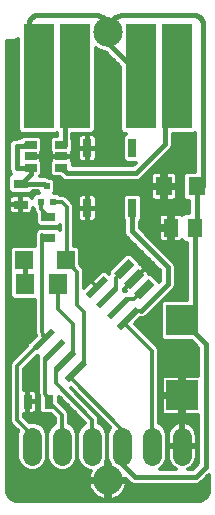
<source format=gtl>
G75*
G70*
%OFA0B0*%
%FSLAX24Y24*%
%IPPOS*%
%LPD*%
%AMOC8*
5,1,8,0,0,1.08239X$1,22.5*
%
%ADD10R,0.0197X0.0866*%
%ADD11R,0.0512X0.0630*%
%ADD12R,0.0591X0.0591*%
%ADD13R,0.0630X0.0709*%
%ADD14R,0.0472X0.0315*%
%ADD15R,0.0315X0.0472*%
%ADD16C,0.0640*%
%ADD17R,0.0551X0.0630*%
%ADD18R,0.1063X0.1004*%
%ADD19R,0.0300X0.0600*%
%ADD20R,0.0276X0.0669*%
%ADD21C,0.0984*%
%ADD22R,0.0390X0.0272*%
%ADD23R,0.0197X0.0236*%
%ADD24R,0.1000X0.3500*%
%ADD25C,0.0120*%
%ADD26C,0.0160*%
D10*
G36*
X004990Y007057D02*
X005129Y006918D01*
X004518Y006307D01*
X004379Y006446D01*
X004990Y007057D01*
G37*
G36*
X004640Y007408D02*
X004779Y007269D01*
X004168Y006658D01*
X004029Y006797D01*
X004640Y007408D01*
G37*
G36*
X004286Y007761D02*
X004425Y007622D01*
X003814Y007011D01*
X003675Y007150D01*
X004286Y007761D01*
G37*
G36*
X003932Y008115D02*
X004071Y007976D01*
X003460Y007365D01*
X003321Y007504D01*
X003932Y008115D01*
G37*
G36*
X003234Y005301D02*
X003373Y005162D01*
X002762Y004551D01*
X002623Y004690D01*
X003234Y005301D01*
G37*
G36*
X002881Y005655D02*
X003020Y005516D01*
X002409Y004905D01*
X002270Y005044D01*
X002881Y005655D01*
G37*
G36*
X002527Y006008D02*
X002666Y005869D01*
X002055Y005258D01*
X001916Y005397D01*
X002527Y006008D01*
G37*
G36*
X002174Y006362D02*
X002313Y006223D01*
X001702Y005612D01*
X001563Y005751D01*
X002174Y006362D01*
G37*
D11*
X006966Y009709D03*
X006178Y009709D03*
D12*
X001283Y008629D03*
X002661Y008629D03*
D13*
X002423Y007849D03*
X001321Y007849D03*
D14*
X001172Y011183D03*
X001172Y010474D03*
X002092Y009374D03*
X002092Y010083D03*
D15*
X001397Y003909D03*
X002106Y003909D03*
D16*
X001552Y002749D02*
X001552Y002109D01*
X002552Y002109D02*
X002552Y002749D01*
X003552Y002749D02*
X003552Y002109D01*
X004552Y002109D02*
X004552Y002749D01*
X005552Y002749D02*
X005552Y002109D01*
X006552Y002109D02*
X006552Y002749D01*
D17*
X005941Y011089D03*
X007043Y011089D03*
D18*
X006552Y004120D03*
X006552Y006617D03*
D19*
X004891Y012362D03*
X004891Y010362D03*
X003391Y012362D03*
X003391Y010362D03*
D20*
G36*
X004486Y008002D02*
X004291Y008197D01*
X004762Y008668D01*
X004957Y008473D01*
X004486Y008002D01*
G37*
G36*
X004820Y007668D02*
X004625Y007863D01*
X005096Y008334D01*
X005291Y008139D01*
X004820Y007668D01*
G37*
G36*
X005154Y007334D02*
X004959Y007529D01*
X005430Y008000D01*
X005625Y007805D01*
X005154Y007334D01*
G37*
D21*
X004072Y001288D03*
X004072Y016249D03*
D22*
X001500Y012463D03*
X001500Y012089D03*
X001500Y011714D03*
X002524Y011714D03*
X002524Y012089D03*
X002524Y012463D03*
D23*
X002032Y011084D03*
X001835Y010573D03*
X002229Y010573D03*
D24*
X005163Y014769D03*
X006381Y014769D03*
X001763Y014769D03*
X002981Y014769D03*
D25*
X002998Y004926D02*
X002852Y004749D01*
X002852Y004689D01*
X004592Y002949D01*
X004592Y002469D01*
X004552Y002429D01*
X002661Y008629D02*
X002712Y008920D01*
X002712Y010389D01*
X002528Y010573D01*
X002229Y010573D01*
X002998Y004926D02*
X003029Y004926D01*
X003292Y005189D01*
X003292Y006889D01*
X003052Y007129D01*
X003052Y008237D01*
X002661Y008629D01*
X002169Y012096D02*
X002515Y012096D01*
X002515Y012081D01*
X002169Y012081D01*
X002169Y011945D01*
X002149Y011925D01*
X002149Y011504D01*
X002254Y011399D01*
X002472Y011399D01*
X002489Y011381D01*
X002562Y011308D01*
X002658Y011269D01*
X004960Y011269D01*
X005064Y011269D01*
X005159Y011308D01*
X006119Y012268D01*
X006192Y012341D01*
X006232Y012437D01*
X006232Y012839D01*
X006955Y012839D01*
X006992Y012875D01*
X006992Y011583D01*
X006693Y011583D01*
X006587Y011478D01*
X006587Y010699D01*
X006693Y010594D01*
X006783Y010594D01*
X006783Y010203D01*
X006635Y010203D01*
X006558Y010126D01*
X006532Y010151D01*
X006496Y010173D01*
X006455Y010183D01*
X006238Y010183D01*
X006238Y009769D01*
X006118Y009769D01*
X006118Y010183D01*
X005901Y010183D01*
X005860Y010173D01*
X005824Y010151D01*
X005794Y010122D01*
X005773Y010085D01*
X005762Y010045D01*
X005762Y009768D01*
X006118Y009768D01*
X006118Y009649D01*
X005762Y009649D01*
X005762Y009372D01*
X005773Y009332D01*
X005794Y009295D01*
X005824Y009266D01*
X005860Y009244D01*
X005901Y009234D01*
X006118Y009234D01*
X006118Y009648D01*
X006238Y009648D01*
X006238Y009234D01*
X006455Y009234D01*
X006496Y009244D01*
X006532Y009266D01*
X006558Y009291D01*
X006635Y009214D01*
X006706Y009214D01*
X006706Y007298D01*
X005946Y007298D01*
X005840Y007193D01*
X005840Y006040D01*
X005946Y005935D01*
X006866Y005935D01*
X007092Y005709D01*
X007092Y004782D01*
X006612Y004782D01*
X006612Y004181D01*
X006492Y004181D01*
X006492Y004782D01*
X005999Y004782D01*
X005959Y004771D01*
X005922Y004750D01*
X005892Y004721D01*
X005871Y004684D01*
X005860Y004644D01*
X005860Y004180D01*
X006492Y004180D01*
X006492Y004061D01*
X005860Y004061D01*
X005860Y003597D01*
X005871Y003557D01*
X005892Y003520D01*
X005922Y003490D01*
X005959Y003469D01*
X005999Y003459D01*
X006492Y003459D01*
X006492Y004060D01*
X006612Y004060D01*
X006612Y003459D01*
X007092Y003459D01*
X007092Y001856D01*
X006904Y001668D01*
X006745Y001668D01*
X006803Y001698D01*
X006864Y001742D01*
X006918Y001796D01*
X006962Y001857D01*
X006997Y001924D01*
X007020Y001996D01*
X007032Y002071D01*
X007032Y002388D01*
X006592Y002388D01*
X006592Y002469D01*
X007032Y002469D01*
X007032Y002786D01*
X007020Y002861D01*
X006997Y002933D01*
X006962Y003000D01*
X006918Y003061D01*
X006864Y003115D01*
X006803Y003159D01*
X006736Y003193D01*
X006664Y003217D01*
X006592Y003228D01*
X006592Y002469D01*
X006512Y002469D01*
X006512Y003228D01*
X006439Y003217D01*
X006368Y003193D01*
X006300Y003159D01*
X006239Y003115D01*
X006186Y003061D01*
X006141Y003000D01*
X006107Y002933D01*
X006084Y002861D01*
X006072Y002786D01*
X006072Y002469D01*
X006512Y002469D01*
X006512Y002388D01*
X006072Y002388D01*
X006072Y002071D01*
X006084Y001996D01*
X006107Y001924D01*
X006141Y001857D01*
X006186Y001796D01*
X006239Y001742D01*
X006300Y001698D01*
X006358Y001668D01*
X005796Y001668D01*
X005835Y001685D01*
X005976Y001825D01*
X006052Y002009D01*
X006052Y002848D01*
X005976Y003032D01*
X005835Y003172D01*
X005792Y003190D01*
X005792Y005541D01*
X005792Y005636D01*
X005755Y005724D01*
X004973Y006507D01*
X005154Y006689D01*
X005244Y006689D01*
X005339Y006728D01*
X006219Y007608D01*
X006292Y007681D01*
X006332Y007777D01*
X006332Y008337D01*
X006332Y008440D01*
X006292Y008536D01*
X005132Y009696D01*
X005132Y009898D01*
X005221Y009988D01*
X005221Y010737D01*
X005116Y010842D01*
X004667Y010842D01*
X004561Y010737D01*
X004561Y009988D01*
X004612Y009937D01*
X004612Y009537D01*
X004651Y009441D01*
X004725Y009368D01*
X005812Y008281D01*
X005812Y007936D01*
X005781Y007905D01*
X005505Y008181D01*
X005446Y008181D01*
X005441Y008202D01*
X005420Y008239D01*
X005314Y008345D01*
X004970Y008001D01*
X004958Y008014D01*
X005301Y008357D01*
X005195Y008463D01*
X005159Y008484D01*
X005138Y008490D01*
X005138Y008549D01*
X004837Y008849D01*
X004688Y008849D01*
X004109Y008271D01*
X004109Y008165D01*
X004031Y008244D01*
X003995Y008265D01*
X003954Y008276D01*
X003912Y008276D01*
X003871Y008265D01*
X003835Y008244D01*
X003514Y007923D01*
X003696Y007740D01*
X003696Y007740D01*
X003514Y007922D01*
X003292Y007701D01*
X003292Y008190D01*
X003292Y008285D01*
X003255Y008373D01*
X003136Y008493D01*
X003136Y008998D01*
X003031Y009104D01*
X002952Y009104D01*
X002952Y010341D01*
X002952Y010436D01*
X002915Y010524D01*
X002664Y010776D01*
X002575Y010813D01*
X002480Y010813D01*
X002460Y010813D01*
X002402Y010871D01*
X002289Y010871D01*
X002310Y010892D01*
X002310Y011277D01*
X002205Y011382D01*
X002101Y011382D01*
X002081Y011403D01*
X001985Y011443D01*
X001814Y011443D01*
X001875Y011504D01*
X001875Y011925D01*
X001855Y011945D01*
X001855Y012081D01*
X001508Y012081D01*
X001508Y012096D01*
X001855Y012096D01*
X001855Y012232D01*
X001875Y012252D01*
X001875Y012673D01*
X001769Y012778D01*
X001231Y012778D01*
X001145Y012693D01*
X001021Y012682D01*
X000980Y012682D01*
X000970Y012678D01*
X000958Y012677D01*
X000922Y012658D01*
X000885Y012643D01*
X000876Y012635D01*
X000866Y012630D01*
X000840Y012599D01*
X000811Y012570D01*
X000807Y012559D01*
X000800Y012550D01*
X000787Y012512D01*
X000772Y012474D01*
X000772Y012463D01*
X000768Y012452D01*
X000772Y012411D01*
X000772Y011657D01*
X000811Y011561D01*
X000857Y011516D01*
X000756Y011415D01*
X000756Y010951D01*
X000861Y010845D01*
X001483Y010845D01*
X001560Y010923D01*
X001753Y010923D01*
X001753Y010892D01*
X001774Y010871D01*
X001662Y010871D01*
X001557Y010765D01*
X001557Y010694D01*
X001536Y010730D01*
X001506Y010760D01*
X001470Y010781D01*
X001429Y010792D01*
X001191Y010792D01*
X001191Y010493D01*
X001153Y010493D01*
X001153Y010792D01*
X000914Y010792D01*
X000874Y010781D01*
X000837Y010760D01*
X000808Y010730D01*
X000786Y010693D01*
X000776Y010653D01*
X000776Y010493D01*
X001153Y010493D01*
X001153Y010455D01*
X000776Y010455D01*
X000776Y010296D01*
X000786Y010255D01*
X000808Y010218D01*
X000837Y010189D01*
X000874Y010168D01*
X000914Y010157D01*
X001153Y010157D01*
X001153Y010455D01*
X001191Y010455D01*
X001191Y010157D01*
X001429Y010157D01*
X001470Y010168D01*
X001506Y010189D01*
X001536Y010218D01*
X001557Y010255D01*
X001568Y010296D01*
X001568Y010369D01*
X001595Y010341D01*
X001595Y010292D01*
X001631Y010204D01*
X001676Y010160D01*
X001676Y009851D01*
X001781Y009745D01*
X002403Y009745D01*
X002472Y009815D01*
X002472Y009642D01*
X002403Y009712D01*
X001781Y009712D01*
X001676Y009606D01*
X001676Y009597D01*
X001668Y009590D01*
X001666Y009585D01*
X001663Y009581D01*
X001648Y009541D01*
X001632Y009502D01*
X001632Y009496D01*
X001630Y009491D01*
X001632Y009449D01*
X001632Y009104D01*
X000913Y009104D01*
X000808Y008998D01*
X000808Y008259D01*
X000826Y008241D01*
X000826Y007420D01*
X000931Y007314D01*
X001632Y007314D01*
X001632Y006287D01*
X001627Y006262D01*
X001632Y006240D01*
X001632Y006217D01*
X001641Y006194D01*
X001660Y006103D01*
X001382Y005825D01*
X001382Y005778D01*
X000916Y005312D01*
X000848Y005244D01*
X000812Y005156D01*
X000812Y003356D01*
X000812Y003261D01*
X000848Y003173D01*
X001087Y002934D01*
X001052Y002848D01*
X001052Y002009D01*
X001128Y001825D01*
X001269Y001685D01*
X001452Y001609D01*
X001651Y001609D01*
X001835Y001685D01*
X001976Y001825D01*
X002052Y002009D01*
X002052Y002848D01*
X001976Y003032D01*
X001835Y003172D01*
X001651Y003248D01*
X001452Y003248D01*
X001452Y003248D01*
X001292Y003408D01*
X001292Y003512D01*
X001379Y003512D01*
X001379Y003889D01*
X001416Y003889D01*
X001416Y003512D01*
X001576Y003512D01*
X001617Y003523D01*
X001653Y003544D01*
X001683Y003574D01*
X001704Y003611D01*
X001715Y003651D01*
X001715Y003890D01*
X001416Y003890D01*
X001416Y003927D01*
X001715Y003927D01*
X001715Y004166D01*
X001704Y004206D01*
X001683Y004243D01*
X001653Y004273D01*
X001617Y004294D01*
X001576Y004305D01*
X001416Y004305D01*
X001416Y003927D01*
X001379Y003927D01*
X001379Y004305D01*
X001292Y004305D01*
X001292Y005009D01*
X001714Y005431D01*
X001735Y005431D01*
X001735Y005322D01*
X001752Y005305D01*
X001752Y004212D01*
X001751Y004168D01*
X001752Y004164D01*
X001752Y004161D01*
X001769Y004120D01*
X001769Y003598D01*
X001874Y003492D01*
X002183Y003492D01*
X002312Y003363D01*
X002312Y003190D01*
X002269Y003172D01*
X002128Y003032D01*
X002052Y002848D01*
X002052Y002009D01*
X002128Y001825D01*
X002269Y001685D01*
X002452Y001609D01*
X002651Y001609D01*
X002835Y001685D01*
X002976Y001825D01*
X003052Y002009D01*
X003052Y002848D01*
X002976Y003032D01*
X002835Y003172D01*
X002792Y003190D01*
X002792Y003511D01*
X002755Y003599D01*
X002688Y003666D01*
X002444Y003910D01*
X002444Y004077D01*
X003312Y003209D01*
X003312Y003190D01*
X003269Y003172D01*
X003128Y003032D01*
X003052Y002848D01*
X003052Y002009D01*
X003128Y001825D01*
X003269Y001685D01*
X003452Y001609D01*
X003504Y001609D01*
X003486Y001577D01*
X003453Y001498D01*
X003431Y001416D01*
X003422Y001348D01*
X004012Y001348D01*
X004012Y001228D01*
X003422Y001228D01*
X003431Y001161D01*
X003453Y001078D01*
X003486Y000999D01*
X003528Y000925D01*
X003580Y000857D01*
X003641Y000797D01*
X003709Y000745D01*
X003783Y000702D01*
X003862Y000669D01*
X003944Y000647D01*
X004012Y000638D01*
X004012Y001228D01*
X004132Y001228D01*
X004132Y000638D01*
X004199Y000647D01*
X004282Y000669D01*
X004361Y000702D01*
X004435Y000745D01*
X004503Y000797D01*
X004563Y000857D01*
X004615Y000925D01*
X004658Y000999D01*
X004691Y001078D01*
X004713Y001161D01*
X004722Y001228D01*
X004132Y001228D01*
X004132Y001348D01*
X004665Y001348D01*
X004825Y001188D01*
X004920Y001149D01*
X005024Y001149D01*
X007064Y001149D01*
X007159Y001188D01*
X007232Y001261D01*
X007435Y001464D01*
X007435Y000922D01*
X007429Y000860D01*
X007381Y000744D01*
X007293Y000656D01*
X007178Y000608D01*
X007115Y000602D01*
X001028Y000602D01*
X000966Y000608D01*
X000851Y000656D01*
X000762Y000744D01*
X000715Y000860D01*
X000708Y000922D01*
X000708Y000980D01*
X000708Y000997D01*
X000708Y015948D01*
X000749Y015931D01*
X000938Y015931D01*
X001083Y015991D01*
X001083Y012944D01*
X001188Y012839D01*
X002337Y012839D01*
X002372Y012873D01*
X002372Y012873D01*
X002372Y012778D01*
X002254Y012778D01*
X002149Y012673D01*
X002149Y012252D01*
X002169Y012232D01*
X002169Y012096D01*
X003406Y010822D02*
X003406Y010377D01*
X003376Y010377D01*
X003376Y010822D01*
X003220Y010822D01*
X003179Y010811D01*
X003143Y010790D01*
X003113Y010760D01*
X003092Y010724D01*
X003081Y010683D01*
X003081Y010377D01*
X003376Y010377D01*
X003376Y010347D01*
X003081Y010347D01*
X003081Y010041D01*
X003092Y010000D01*
X003113Y009964D01*
X003143Y009934D01*
X003179Y009913D01*
X003220Y009902D01*
X003376Y009902D01*
X003376Y010347D01*
X003406Y010347D01*
X003406Y009902D01*
X003562Y009902D01*
X003603Y009913D01*
X003639Y009934D01*
X003669Y009964D01*
X003690Y010000D01*
X003701Y010041D01*
X003701Y010347D01*
X003406Y010347D01*
X003406Y010377D01*
X003701Y010377D01*
X003701Y010683D01*
X003690Y010724D01*
X003669Y010760D01*
X003639Y010790D01*
X003603Y010811D01*
X003562Y010822D01*
X003406Y010822D01*
X005505Y011148D02*
X005880Y011148D01*
X005880Y011029D01*
X005505Y011029D01*
X005505Y010752D01*
X005516Y010712D01*
X005537Y010675D01*
X005567Y010646D01*
X005603Y010624D01*
X005644Y010614D01*
X005881Y010614D01*
X005881Y011028D01*
X006001Y011028D01*
X006001Y010614D01*
X006237Y010614D01*
X006278Y010624D01*
X006314Y010646D01*
X006344Y010675D01*
X006365Y010712D01*
X006376Y010752D01*
X006376Y011029D01*
X006001Y011029D01*
X006001Y011148D01*
X006376Y011148D01*
X006376Y011425D01*
X006365Y011465D01*
X006344Y011502D01*
X006314Y011531D01*
X006278Y011553D01*
X006237Y011563D01*
X006001Y011563D01*
X006001Y011149D01*
X005881Y011149D01*
X005881Y011563D01*
X005644Y011563D01*
X005603Y011553D01*
X005567Y011531D01*
X005537Y011502D01*
X005516Y011465D01*
X005505Y011425D01*
X005505Y011148D01*
X003555Y012839D02*
X003661Y012944D01*
X003661Y015709D01*
X003691Y015679D01*
X003938Y015577D01*
X003987Y015577D01*
X004483Y015081D01*
X004483Y012944D01*
X004588Y012839D01*
X004663Y012839D01*
X004561Y012737D01*
X004561Y011988D01*
X004667Y011882D01*
X004998Y011882D01*
X004904Y011788D01*
X002898Y011788D01*
X002898Y011925D01*
X002878Y011945D01*
X002878Y012081D01*
X002532Y012081D01*
X002532Y012096D01*
X002878Y012096D01*
X002878Y012232D01*
X002898Y012252D01*
X002898Y012673D01*
X002892Y012680D01*
X002892Y012839D01*
X003555Y012839D01*
X003406Y012822D02*
X003406Y012377D01*
X003376Y012377D01*
X003376Y012822D01*
X003220Y012822D01*
X003179Y012811D01*
X003143Y012790D01*
X003113Y012760D01*
X003092Y012724D01*
X003081Y012683D01*
X003081Y012377D01*
X003376Y012377D01*
X003376Y012347D01*
X003081Y012347D01*
X003081Y012041D01*
X003092Y012000D01*
X003113Y011964D01*
X003143Y011934D01*
X003179Y011913D01*
X003220Y011902D01*
X003376Y011902D01*
X003376Y012347D01*
X003406Y012347D01*
X003406Y011902D01*
X003562Y011902D01*
X003603Y011913D01*
X003639Y011934D01*
X003669Y011964D01*
X003690Y012000D01*
X003701Y012041D01*
X003701Y012347D01*
X003406Y012347D01*
X003406Y012377D01*
X003701Y012377D01*
X003701Y012683D01*
X003690Y012724D01*
X003669Y012760D01*
X003639Y012790D01*
X003603Y012811D01*
X003562Y012822D01*
X003406Y012822D01*
X002831Y004370D02*
X004149Y003052D01*
X004128Y003032D01*
X004052Y002848D01*
X004052Y002009D01*
X004128Y001825D01*
X004132Y001821D01*
X004132Y001348D01*
X004012Y001348D01*
X004012Y001913D01*
X004052Y002009D01*
X004052Y002848D01*
X003976Y003032D01*
X003835Y003172D01*
X003792Y003190D01*
X003792Y003356D01*
X003755Y003444D01*
X003688Y003512D01*
X002829Y004370D01*
X002831Y004370D01*
X004614Y007645D02*
X004671Y007589D01*
X004606Y007589D01*
X004606Y007662D01*
X004945Y008001D01*
X004957Y007988D01*
X004614Y007645D01*
X003773Y000708D02*
X000799Y000708D01*
X004012Y000708D02*
X004132Y000708D01*
X004370Y000708D02*
X007345Y000708D01*
X003612Y000826D02*
X000729Y000826D01*
X004012Y000826D02*
X004132Y000826D01*
X004532Y000826D02*
X007415Y000826D01*
X003517Y000945D02*
X000708Y000945D01*
X004012Y000945D02*
X004132Y000945D01*
X004626Y000945D02*
X007435Y000945D01*
X003459Y001063D02*
X000708Y001063D01*
X004012Y001063D02*
X004132Y001063D01*
X004684Y001063D02*
X007435Y001063D01*
X003428Y001182D02*
X000708Y001182D01*
X004012Y001182D02*
X004132Y001182D01*
X004716Y001182D02*
X004840Y001182D01*
X007144Y001182D02*
X007435Y001182D01*
X004012Y001300D02*
X000708Y001300D01*
X004132Y001300D02*
X004712Y001300D01*
X007271Y001300D02*
X007435Y001300D01*
X003432Y001419D02*
X000708Y001419D01*
X004012Y001419D02*
X004132Y001419D01*
X007390Y001419D02*
X007435Y001419D01*
X003469Y001537D02*
X000708Y001537D01*
X004012Y001537D02*
X004132Y001537D01*
X001338Y001656D02*
X000708Y001656D01*
X001766Y001656D02*
X002338Y001656D01*
X002766Y001656D02*
X003338Y001656D01*
X004012Y001656D02*
X004132Y001656D01*
X001179Y001774D02*
X000708Y001774D01*
X001925Y001774D02*
X002179Y001774D01*
X002925Y001774D02*
X003179Y001774D01*
X004012Y001774D02*
X004132Y001774D01*
X005925Y001774D02*
X006207Y001774D01*
X006897Y001774D02*
X007010Y001774D01*
X001100Y001893D02*
X000708Y001893D01*
X002004Y001893D02*
X002100Y001893D01*
X003004Y001893D02*
X003100Y001893D01*
X004012Y001893D02*
X004100Y001893D01*
X006004Y001893D02*
X006123Y001893D01*
X006981Y001893D02*
X007092Y001893D01*
X001052Y002012D02*
X000708Y002012D01*
X002052Y002012D02*
X002052Y002012D01*
X003052Y002012D02*
X003052Y002012D01*
X004052Y002012D02*
X004052Y002012D01*
X006052Y002012D02*
X006081Y002012D01*
X007022Y002012D02*
X007092Y002012D01*
X001052Y002130D02*
X000708Y002130D01*
X002052Y002130D02*
X002052Y002130D01*
X003052Y002130D02*
X003052Y002130D01*
X004052Y002130D02*
X004052Y002130D01*
X006052Y002130D02*
X006072Y002130D01*
X007032Y002130D02*
X007092Y002130D01*
X001052Y002249D02*
X000708Y002249D01*
X002052Y002249D02*
X002052Y002249D01*
X003052Y002249D02*
X003052Y002249D01*
X004052Y002249D02*
X004052Y002249D01*
X006052Y002249D02*
X006072Y002249D01*
X007032Y002249D02*
X007092Y002249D01*
X001052Y002367D02*
X000708Y002367D01*
X002052Y002367D02*
X002052Y002367D01*
X003052Y002367D02*
X003052Y002367D01*
X004052Y002367D02*
X004052Y002367D01*
X006052Y002367D02*
X006072Y002367D01*
X007032Y002367D02*
X007092Y002367D01*
X001052Y002486D02*
X000708Y002486D01*
X002052Y002486D02*
X002052Y002486D01*
X003052Y002486D02*
X003052Y002486D01*
X004052Y002486D02*
X004052Y002486D01*
X006052Y002486D02*
X006072Y002486D01*
X006512Y002486D02*
X006592Y002486D01*
X007032Y002486D02*
X007092Y002486D01*
X001052Y002604D02*
X000708Y002604D01*
X002052Y002604D02*
X002052Y002604D01*
X003052Y002604D02*
X003052Y002604D01*
X004052Y002604D02*
X004052Y002604D01*
X006052Y002604D02*
X006072Y002604D01*
X006512Y002604D02*
X006592Y002604D01*
X007032Y002604D02*
X007092Y002604D01*
X001052Y002723D02*
X000708Y002723D01*
X002052Y002723D02*
X002052Y002723D01*
X003052Y002723D02*
X003052Y002723D01*
X004052Y002723D02*
X004052Y002723D01*
X006052Y002723D02*
X006072Y002723D01*
X006512Y002723D02*
X006592Y002723D01*
X007032Y002723D02*
X007092Y002723D01*
X001052Y002841D02*
X000708Y002841D01*
X002052Y002841D02*
X002052Y002841D01*
X003052Y002841D02*
X003052Y002841D01*
X004052Y002841D02*
X004052Y002841D01*
X006052Y002841D02*
X006081Y002841D01*
X006512Y002841D02*
X006592Y002841D01*
X007023Y002841D02*
X007092Y002841D01*
X001061Y002960D02*
X000708Y002960D01*
X002005Y002960D02*
X002098Y002960D01*
X003005Y002960D02*
X003098Y002960D01*
X004005Y002960D02*
X004098Y002960D01*
X006005Y002960D02*
X006121Y002960D01*
X006512Y002960D02*
X006592Y002960D01*
X006983Y002960D02*
X007092Y002960D01*
X000942Y003078D02*
X000708Y003078D01*
X001929Y003078D02*
X002175Y003078D01*
X002929Y003078D02*
X003175Y003078D01*
X003929Y003078D02*
X004122Y003078D01*
X005929Y003078D02*
X006203Y003078D01*
X006512Y003078D02*
X006592Y003078D01*
X006901Y003078D02*
X007092Y003078D01*
X000838Y003197D02*
X000708Y003197D01*
X001776Y003197D02*
X002312Y003197D01*
X002792Y003197D02*
X003312Y003197D01*
X003792Y003197D02*
X004004Y003197D01*
X005792Y003197D02*
X006379Y003197D01*
X006512Y003197D02*
X006592Y003197D01*
X006725Y003197D02*
X007092Y003197D01*
X000812Y003316D02*
X000708Y003316D01*
X001384Y003316D02*
X002312Y003316D01*
X002792Y003316D02*
X003205Y003316D01*
X003792Y003316D02*
X003885Y003316D01*
X005792Y003316D02*
X007092Y003316D01*
X000812Y003434D02*
X000708Y003434D01*
X001292Y003434D02*
X002241Y003434D01*
X002792Y003434D02*
X003087Y003434D01*
X003760Y003434D02*
X003767Y003434D01*
X005792Y003434D02*
X007092Y003434D01*
X000812Y003553D02*
X000708Y003553D01*
X001379Y003553D02*
X001416Y003553D01*
X001662Y003553D02*
X001814Y003553D01*
X002774Y003553D02*
X002968Y003553D01*
X003647Y003553D02*
X003648Y003553D01*
X005792Y003553D02*
X005874Y003553D01*
X006492Y003553D02*
X006612Y003553D01*
X000812Y003671D02*
X000708Y003671D01*
X001379Y003671D02*
X001416Y003671D01*
X001715Y003671D02*
X001769Y003671D01*
X002683Y003671D02*
X002850Y003671D01*
X003529Y003671D02*
X003530Y003671D01*
X005792Y003671D02*
X005860Y003671D01*
X006492Y003671D02*
X006612Y003671D01*
X000812Y003790D02*
X000708Y003790D01*
X001379Y003790D02*
X001416Y003790D01*
X001715Y003790D02*
X001769Y003790D01*
X002564Y003790D02*
X002731Y003790D01*
X003410Y003790D02*
X003411Y003790D01*
X005792Y003790D02*
X005860Y003790D01*
X006492Y003790D02*
X006612Y003790D01*
X000812Y003908D02*
X000708Y003908D01*
X001416Y003908D02*
X001769Y003908D01*
X002446Y003908D02*
X002613Y003908D01*
X003291Y003908D02*
X003293Y003908D01*
X005792Y003908D02*
X005860Y003908D01*
X006492Y003908D02*
X006612Y003908D01*
X000812Y004027D02*
X000708Y004027D01*
X001379Y004027D02*
X001416Y004027D01*
X001715Y004027D02*
X001769Y004027D01*
X002444Y004027D02*
X002494Y004027D01*
X003173Y004027D02*
X003174Y004027D01*
X005792Y004027D02*
X005860Y004027D01*
X006492Y004027D02*
X006612Y004027D01*
X000812Y004145D02*
X000708Y004145D01*
X001379Y004145D02*
X001416Y004145D01*
X001715Y004145D02*
X001758Y004145D01*
X003054Y004145D02*
X003056Y004145D01*
X005792Y004145D02*
X006492Y004145D01*
X000812Y004264D02*
X000708Y004264D01*
X001379Y004264D02*
X001416Y004264D01*
X001662Y004264D02*
X001752Y004264D01*
X002936Y004264D02*
X002937Y004264D01*
X005792Y004264D02*
X005860Y004264D01*
X006492Y004264D02*
X006612Y004264D01*
X000812Y004382D02*
X000708Y004382D01*
X001292Y004382D02*
X001752Y004382D01*
X005792Y004382D02*
X005860Y004382D01*
X006492Y004382D02*
X006612Y004382D01*
X000812Y004501D02*
X000708Y004501D01*
X001292Y004501D02*
X001752Y004501D01*
X005792Y004501D02*
X005860Y004501D01*
X006492Y004501D02*
X006612Y004501D01*
X000812Y004619D02*
X000708Y004619D01*
X001292Y004619D02*
X001752Y004619D01*
X005792Y004619D02*
X005860Y004619D01*
X006492Y004619D02*
X006612Y004619D01*
X000812Y004738D02*
X000708Y004738D01*
X001292Y004738D02*
X001752Y004738D01*
X005792Y004738D02*
X005910Y004738D01*
X006492Y004738D02*
X006612Y004738D01*
X000812Y004857D02*
X000708Y004857D01*
X001292Y004857D02*
X001752Y004857D01*
X005792Y004857D02*
X007092Y004857D01*
X000812Y004975D02*
X000708Y004975D01*
X001292Y004975D02*
X001752Y004975D01*
X005792Y004975D02*
X007092Y004975D01*
X000812Y005094D02*
X000708Y005094D01*
X001376Y005094D02*
X001752Y005094D01*
X005792Y005094D02*
X007092Y005094D01*
X000835Y005212D02*
X000708Y005212D01*
X001495Y005212D02*
X001752Y005212D01*
X005792Y005212D02*
X007092Y005212D01*
X000935Y005331D02*
X000708Y005331D01*
X001613Y005331D02*
X001735Y005331D01*
X005792Y005331D02*
X007092Y005331D01*
X001053Y005449D02*
X000708Y005449D01*
X005792Y005449D02*
X007092Y005449D01*
X001172Y005568D02*
X000708Y005568D01*
X005792Y005568D02*
X007092Y005568D01*
X001290Y005686D02*
X000708Y005686D01*
X005771Y005686D02*
X007092Y005686D01*
X001382Y005805D02*
X000708Y005805D01*
X005675Y005805D02*
X006996Y005805D01*
X001481Y005923D02*
X000708Y005923D01*
X005556Y005923D02*
X006877Y005923D01*
X001599Y006042D02*
X000708Y006042D01*
X005438Y006042D02*
X005840Y006042D01*
X001648Y006161D02*
X000708Y006161D01*
X005319Y006161D02*
X005840Y006161D01*
X001630Y006279D02*
X000708Y006279D01*
X005201Y006279D02*
X005840Y006279D01*
X001632Y006398D02*
X000708Y006398D01*
X005082Y006398D02*
X005840Y006398D01*
X001632Y006516D02*
X000708Y006516D01*
X004982Y006516D02*
X005840Y006516D01*
X001632Y006635D02*
X000708Y006635D01*
X005101Y006635D02*
X005840Y006635D01*
X001632Y006753D02*
X000708Y006753D01*
X005364Y006753D02*
X005840Y006753D01*
X001632Y006872D02*
X000708Y006872D01*
X005483Y006872D02*
X005840Y006872D01*
X001632Y006990D02*
X000708Y006990D01*
X005601Y006990D02*
X005840Y006990D01*
X001632Y007109D02*
X000708Y007109D01*
X005720Y007109D02*
X005840Y007109D01*
X001632Y007227D02*
X000708Y007227D01*
X005838Y007227D02*
X005875Y007227D01*
X000899Y007346D02*
X000708Y007346D01*
X005957Y007346D02*
X006706Y007346D01*
X000826Y007465D02*
X000708Y007465D01*
X006076Y007465D02*
X006706Y007465D01*
X000826Y007583D02*
X000708Y007583D01*
X006194Y007583D02*
X006706Y007583D01*
X000826Y007702D02*
X000708Y007702D01*
X003292Y007702D02*
X003293Y007702D01*
X004645Y007702D02*
X004671Y007702D01*
X006301Y007702D02*
X006706Y007702D01*
X000826Y007820D02*
X000708Y007820D01*
X003292Y007820D02*
X003411Y007820D01*
X003616Y007820D02*
X003616Y007820D01*
X004764Y007820D02*
X004789Y007820D01*
X006332Y007820D02*
X006706Y007820D01*
X000826Y007939D02*
X000708Y007939D01*
X003292Y007939D02*
X003530Y007939D01*
X004882Y007939D02*
X004908Y007939D01*
X005748Y007939D02*
X005812Y007939D01*
X006332Y007939D02*
X006706Y007939D01*
X000826Y008057D02*
X000708Y008057D01*
X003292Y008057D02*
X003648Y008057D01*
X005001Y008057D02*
X005026Y008057D01*
X005629Y008057D02*
X005812Y008057D01*
X006332Y008057D02*
X006706Y008057D01*
X000826Y008176D02*
X000708Y008176D01*
X003292Y008176D02*
X003767Y008176D01*
X004099Y008176D02*
X004109Y008176D01*
X005120Y008176D02*
X005145Y008176D01*
X005511Y008176D02*
X005812Y008176D01*
X006332Y008176D02*
X006706Y008176D01*
X000808Y008294D02*
X000708Y008294D01*
X003288Y008294D02*
X004133Y008294D01*
X005238Y008294D02*
X005263Y008294D01*
X005364Y008294D02*
X005798Y008294D01*
X006332Y008294D02*
X006706Y008294D01*
X000808Y008413D02*
X000708Y008413D01*
X003216Y008413D02*
X004252Y008413D01*
X005245Y008413D02*
X005680Y008413D01*
X006332Y008413D02*
X006706Y008413D01*
X000808Y008531D02*
X000708Y008531D01*
X003136Y008531D02*
X004370Y008531D01*
X005138Y008531D02*
X005561Y008531D01*
X006294Y008531D02*
X006706Y008531D01*
X000808Y008650D02*
X000708Y008650D01*
X003136Y008650D02*
X004489Y008650D01*
X005037Y008650D02*
X005443Y008650D01*
X006178Y008650D02*
X006706Y008650D01*
X000808Y008769D02*
X000708Y008769D01*
X003136Y008769D02*
X004607Y008769D01*
X004918Y008769D02*
X005324Y008769D01*
X006059Y008769D02*
X006706Y008769D01*
X000808Y008887D02*
X000708Y008887D01*
X003136Y008887D02*
X005206Y008887D01*
X005941Y008887D02*
X006706Y008887D01*
X000815Y009006D02*
X000708Y009006D01*
X003129Y009006D02*
X005087Y009006D01*
X005822Y009006D02*
X006706Y009006D01*
X001632Y009124D02*
X000708Y009124D01*
X002952Y009124D02*
X004968Y009124D01*
X005704Y009124D02*
X006706Y009124D01*
X001632Y009243D02*
X000708Y009243D01*
X002952Y009243D02*
X004850Y009243D01*
X005585Y009243D02*
X005867Y009243D01*
X006118Y009243D02*
X006238Y009243D01*
X006489Y009243D02*
X006606Y009243D01*
X001632Y009361D02*
X000708Y009361D01*
X002952Y009361D02*
X004731Y009361D01*
X005467Y009361D02*
X005765Y009361D01*
X006118Y009361D02*
X006238Y009361D01*
X001630Y009480D02*
X000708Y009480D01*
X002952Y009480D02*
X004635Y009480D01*
X005348Y009480D02*
X005762Y009480D01*
X006118Y009480D02*
X006238Y009480D01*
X001676Y009598D02*
X000708Y009598D01*
X002952Y009598D02*
X004612Y009598D01*
X005230Y009598D02*
X005762Y009598D01*
X006118Y009598D02*
X006238Y009598D01*
X002472Y009717D02*
X000708Y009717D01*
X002952Y009717D02*
X004612Y009717D01*
X005132Y009717D02*
X006118Y009717D01*
X001691Y009835D02*
X000708Y009835D01*
X002952Y009835D02*
X004612Y009835D01*
X005132Y009835D02*
X005762Y009835D01*
X006118Y009835D02*
X006238Y009835D01*
X001676Y009954D02*
X000708Y009954D01*
X002952Y009954D02*
X003123Y009954D01*
X003376Y009954D02*
X003406Y009954D01*
X003659Y009954D02*
X004595Y009954D01*
X005188Y009954D02*
X005762Y009954D01*
X006118Y009954D02*
X006238Y009954D01*
X001676Y010072D02*
X000708Y010072D01*
X002952Y010072D02*
X003081Y010072D01*
X003376Y010072D02*
X003406Y010072D01*
X003701Y010072D02*
X004561Y010072D01*
X005221Y010072D02*
X005770Y010072D01*
X006118Y010072D02*
X006238Y010072D01*
X000835Y010191D02*
X000708Y010191D01*
X001153Y010191D02*
X001191Y010191D01*
X001509Y010191D02*
X001644Y010191D01*
X002952Y010191D02*
X003081Y010191D01*
X003376Y010191D02*
X003406Y010191D01*
X003701Y010191D02*
X004561Y010191D01*
X005221Y010191D02*
X006623Y010191D01*
X000776Y010310D02*
X000708Y010310D01*
X001153Y010310D02*
X001191Y010310D01*
X001568Y010310D02*
X001595Y010310D01*
X002952Y010310D02*
X003081Y010310D01*
X003376Y010310D02*
X003406Y010310D01*
X003701Y010310D02*
X004561Y010310D01*
X005221Y010310D02*
X006783Y010310D01*
X000776Y010428D02*
X000708Y010428D01*
X001153Y010428D02*
X001191Y010428D01*
X002952Y010428D02*
X003081Y010428D01*
X003376Y010428D02*
X003406Y010428D01*
X003701Y010428D02*
X004561Y010428D01*
X005221Y010428D02*
X006783Y010428D01*
X000776Y010547D02*
X000708Y010547D01*
X001153Y010547D02*
X001191Y010547D01*
X002893Y010547D02*
X003081Y010547D01*
X003376Y010547D02*
X003406Y010547D01*
X003701Y010547D02*
X004561Y010547D01*
X005221Y010547D02*
X006783Y010547D01*
X000779Y010665D02*
X000708Y010665D01*
X001153Y010665D02*
X001191Y010665D01*
X002774Y010665D02*
X003081Y010665D01*
X003376Y010665D02*
X003406Y010665D01*
X003701Y010665D02*
X004561Y010665D01*
X005221Y010665D02*
X005547Y010665D01*
X005881Y010665D02*
X006001Y010665D01*
X006334Y010665D02*
X006621Y010665D01*
X000885Y010784D02*
X000708Y010784D01*
X001153Y010784D02*
X001191Y010784D01*
X001458Y010784D02*
X001575Y010784D01*
X002645Y010784D02*
X003137Y010784D01*
X003376Y010784D02*
X003406Y010784D01*
X003646Y010784D02*
X004608Y010784D01*
X005174Y010784D02*
X005505Y010784D01*
X005881Y010784D02*
X006001Y010784D01*
X006376Y010784D02*
X006587Y010784D01*
X000804Y010902D02*
X000708Y010902D01*
X001539Y010902D02*
X001753Y010902D01*
X002310Y010902D02*
X005505Y010902D01*
X005881Y010902D02*
X006001Y010902D01*
X006376Y010902D02*
X006587Y010902D01*
X000756Y011021D02*
X000708Y011021D01*
X002310Y011021D02*
X005505Y011021D01*
X005881Y011021D02*
X006001Y011021D01*
X006376Y011021D02*
X006587Y011021D01*
X000756Y011139D02*
X000708Y011139D01*
X002310Y011139D02*
X005880Y011139D01*
X006001Y011139D02*
X006587Y011139D01*
X000756Y011258D02*
X000708Y011258D01*
X002310Y011258D02*
X005505Y011258D01*
X005881Y011258D02*
X006001Y011258D01*
X006376Y011258D02*
X006587Y011258D01*
X000756Y011376D02*
X000708Y011376D01*
X002211Y011376D02*
X002494Y011376D01*
X005227Y011376D02*
X005505Y011376D01*
X005881Y011376D02*
X006001Y011376D01*
X006376Y011376D02*
X006587Y011376D01*
X000836Y011495D02*
X000708Y011495D01*
X001866Y011495D02*
X002158Y011495D01*
X005346Y011495D02*
X005533Y011495D01*
X005881Y011495D02*
X006001Y011495D01*
X006348Y011495D02*
X006604Y011495D01*
X000790Y011614D02*
X000708Y011614D01*
X001875Y011614D02*
X002149Y011614D01*
X005465Y011614D02*
X006992Y011614D01*
X000772Y011732D02*
X000708Y011732D01*
X001875Y011732D02*
X002149Y011732D01*
X005583Y011732D02*
X006992Y011732D01*
X000772Y011851D02*
X000708Y011851D01*
X001875Y011851D02*
X002149Y011851D01*
X002898Y011851D02*
X004966Y011851D01*
X005702Y011851D02*
X006992Y011851D01*
X000772Y011969D02*
X000708Y011969D01*
X001855Y011969D02*
X002169Y011969D01*
X002878Y011969D02*
X003110Y011969D01*
X003376Y011969D02*
X003406Y011969D01*
X003672Y011969D02*
X004580Y011969D01*
X005820Y011969D02*
X006992Y011969D01*
X000772Y012088D02*
X000708Y012088D01*
X001508Y012088D02*
X002515Y012088D01*
X002532Y012088D02*
X003081Y012088D01*
X003376Y012088D02*
X003406Y012088D01*
X003701Y012088D02*
X004561Y012088D01*
X005939Y012088D02*
X006992Y012088D01*
X000772Y012206D02*
X000708Y012206D01*
X001855Y012206D02*
X002169Y012206D01*
X002878Y012206D02*
X003081Y012206D01*
X003376Y012206D02*
X003406Y012206D01*
X003701Y012206D02*
X004561Y012206D01*
X006057Y012206D02*
X006992Y012206D01*
X000772Y012325D02*
X000708Y012325D01*
X001875Y012325D02*
X002149Y012325D01*
X002898Y012325D02*
X003081Y012325D01*
X003376Y012325D02*
X003406Y012325D01*
X003701Y012325D02*
X004561Y012325D01*
X006176Y012325D02*
X006992Y012325D01*
X000769Y012443D02*
X000708Y012443D01*
X001875Y012443D02*
X002149Y012443D01*
X002898Y012443D02*
X003081Y012443D01*
X003376Y012443D02*
X003406Y012443D01*
X003701Y012443D02*
X004561Y012443D01*
X006232Y012443D02*
X006992Y012443D01*
X000808Y012562D02*
X000708Y012562D01*
X001875Y012562D02*
X002149Y012562D01*
X002898Y012562D02*
X003081Y012562D01*
X003376Y012562D02*
X003406Y012562D01*
X003701Y012562D02*
X004561Y012562D01*
X006232Y012562D02*
X006992Y012562D01*
X000975Y012680D02*
X000708Y012680D01*
X001867Y012680D02*
X002156Y012680D01*
X002892Y012680D02*
X003081Y012680D01*
X003376Y012680D02*
X003406Y012680D01*
X003701Y012680D02*
X004561Y012680D01*
X006232Y012680D02*
X006992Y012680D01*
X002372Y012799D02*
X000708Y012799D01*
X002892Y012799D02*
X003158Y012799D01*
X003376Y012799D02*
X003406Y012799D01*
X003624Y012799D02*
X004624Y012799D01*
X006232Y012799D02*
X006992Y012799D01*
X001109Y012918D02*
X000708Y012918D01*
X003634Y012918D02*
X004509Y012918D01*
X001083Y013036D02*
X000708Y013036D01*
X003661Y013036D02*
X004483Y013036D01*
X001083Y013155D02*
X000708Y013155D01*
X003661Y013155D02*
X004483Y013155D01*
X001083Y013273D02*
X000708Y013273D01*
X003661Y013273D02*
X004483Y013273D01*
X001083Y013392D02*
X000708Y013392D01*
X003661Y013392D02*
X004483Y013392D01*
X001083Y013510D02*
X000708Y013510D01*
X003661Y013510D02*
X004483Y013510D01*
X001083Y013629D02*
X000708Y013629D01*
X003661Y013629D02*
X004483Y013629D01*
X001083Y013747D02*
X000708Y013747D01*
X003661Y013747D02*
X004483Y013747D01*
X001083Y013866D02*
X000708Y013866D01*
X003661Y013866D02*
X004483Y013866D01*
X001083Y013984D02*
X000708Y013984D01*
X003661Y013984D02*
X004483Y013984D01*
X001083Y014103D02*
X000708Y014103D01*
X003661Y014103D02*
X004483Y014103D01*
X001083Y014221D02*
X000708Y014221D01*
X003661Y014221D02*
X004483Y014221D01*
X001083Y014340D02*
X000708Y014340D01*
X003661Y014340D02*
X004483Y014340D01*
X001083Y014459D02*
X000708Y014459D01*
X003661Y014459D02*
X004483Y014459D01*
X001083Y014577D02*
X000708Y014577D01*
X003661Y014577D02*
X004483Y014577D01*
X001083Y014696D02*
X000708Y014696D01*
X003661Y014696D02*
X004483Y014696D01*
X001083Y014814D02*
X000708Y014814D01*
X003661Y014814D02*
X004483Y014814D01*
X001083Y014933D02*
X000708Y014933D01*
X003661Y014933D02*
X004483Y014933D01*
X001083Y015051D02*
X000708Y015051D01*
X003661Y015051D02*
X004483Y015051D01*
X001083Y015170D02*
X000708Y015170D01*
X003661Y015170D02*
X004394Y015170D01*
X001083Y015288D02*
X000708Y015288D01*
X003661Y015288D02*
X004275Y015288D01*
X001083Y015407D02*
X000708Y015407D01*
X003661Y015407D02*
X004157Y015407D01*
X001083Y015525D02*
X000708Y015525D01*
X003661Y015525D02*
X004038Y015525D01*
X001083Y015644D02*
X000708Y015644D01*
X003661Y015644D02*
X003776Y015644D01*
X001083Y015763D02*
X000708Y015763D01*
X000708Y015881D02*
X001083Y015881D01*
X004050Y007386D02*
X004070Y007386D01*
X004332Y007649D01*
X004332Y008044D01*
X004624Y008335D01*
X004404Y007033D02*
X004404Y007040D01*
X004692Y007329D01*
X004953Y007329D01*
X005292Y007667D01*
X001938Y005987D02*
X001930Y005987D01*
X001052Y005109D01*
X001052Y003309D01*
X001552Y002809D01*
X001552Y002429D01*
X001877Y009374D02*
X002092Y009374D01*
X001930Y005987D02*
X001872Y006265D01*
X001872Y009454D01*
X002092Y009374D01*
X002291Y005633D02*
X001992Y005334D01*
X001992Y004209D01*
X002106Y003909D01*
X002552Y003463D01*
X002552Y002429D01*
X002645Y005280D02*
X002332Y004967D01*
X002332Y004529D01*
X003552Y003309D01*
X003552Y002429D01*
X002644Y005280D02*
X002911Y005549D01*
X002912Y005549D02*
X002912Y006489D01*
X002412Y006989D01*
X002412Y007837D01*
X002423Y007849D01*
X004892Y010182D02*
X004891Y010362D01*
X005552Y002429D02*
X005552Y005589D01*
X004612Y006529D01*
X004612Y006540D01*
X004754Y006682D01*
X005012Y006940D01*
X005012Y006949D01*
X005192Y006949D01*
X004872Y010163D02*
X004891Y010362D01*
X002092Y010083D02*
X001835Y010340D01*
X001835Y010573D01*
D26*
X005163Y014769D02*
X004072Y015860D01*
X004072Y016249D01*
X006552Y006617D02*
X007352Y005817D01*
X007352Y001749D01*
X007012Y001409D01*
X004972Y001409D01*
X004552Y001829D01*
X004552Y002429D01*
X006552Y006617D02*
X006966Y007030D01*
X006966Y009709D01*
X007043Y011089D02*
X007252Y011089D01*
X007252Y016449D01*
X007250Y016487D01*
X007244Y016524D01*
X007234Y016560D01*
X007221Y016595D01*
X007204Y016629D01*
X007183Y016661D01*
X007160Y016690D01*
X007133Y016717D01*
X007104Y016740D01*
X007072Y016761D01*
X007038Y016778D01*
X007003Y016791D01*
X006967Y016801D01*
X006930Y016807D01*
X006892Y016809D01*
X004631Y016809D01*
X004585Y016807D01*
X004539Y016801D01*
X004494Y016792D01*
X004449Y016779D01*
X004406Y016762D01*
X004364Y016742D01*
X004325Y016718D01*
X004287Y016691D01*
X004252Y016661D01*
X004219Y016628D01*
X004189Y016593D01*
X004162Y016555D01*
X004138Y016516D01*
X004118Y016474D01*
X004101Y016431D01*
X004088Y016386D01*
X004079Y016341D01*
X004073Y016295D01*
X004071Y016249D01*
X004072Y016249D02*
X004072Y016349D01*
X004092Y016349D01*
X004090Y016389D01*
X004085Y016429D01*
X004076Y016468D01*
X004064Y016506D01*
X004049Y016543D01*
X004030Y016579D01*
X004009Y016613D01*
X003984Y016645D01*
X003957Y016674D01*
X003928Y016701D01*
X003896Y016726D01*
X003862Y016747D01*
X003826Y016766D01*
X003789Y016781D01*
X003751Y016793D01*
X003712Y016802D01*
X003672Y016807D01*
X003632Y016809D01*
X001752Y016809D01*
X001719Y016807D01*
X001685Y016802D01*
X001653Y016793D01*
X001622Y016781D01*
X001592Y016766D01*
X001564Y016748D01*
X001538Y016727D01*
X001514Y016703D01*
X001493Y016677D01*
X001475Y016649D01*
X001460Y016619D01*
X001448Y016588D01*
X001439Y016556D01*
X001434Y016522D01*
X001432Y016489D01*
X001432Y015869D01*
X001432Y015868D02*
X001467Y015866D01*
X001501Y015861D01*
X001534Y015852D01*
X001567Y015839D01*
X001597Y015824D01*
X001627Y015805D01*
X001653Y015783D01*
X001678Y015758D01*
X001700Y015732D01*
X001719Y015702D01*
X001734Y015672D01*
X001747Y015639D01*
X001756Y015606D01*
X001761Y015572D01*
X001763Y015537D01*
X001763Y014769D01*
X006966Y009709D02*
X006981Y009710D01*
X006995Y009715D01*
X007009Y009722D01*
X007020Y009732D01*
X007030Y009743D01*
X007037Y009757D01*
X007042Y009771D01*
X007043Y009786D01*
X007043Y011089D01*
X001283Y008629D02*
X001321Y008629D01*
X001321Y007849D01*
X005192Y006949D02*
X006072Y007829D01*
X006072Y008389D01*
X004872Y009589D01*
X004872Y010163D01*
X002032Y011084D02*
X001933Y011183D01*
X001172Y011183D01*
X001500Y011511D01*
X001500Y011714D01*
X001494Y011709D01*
X001032Y011709D01*
X001032Y012423D01*
X001500Y012463D01*
X002524Y011714D02*
X002710Y011529D01*
X005012Y011529D01*
X005972Y012489D01*
X005972Y013289D01*
X006381Y013697D01*
X006381Y014769D01*
X002981Y014769D02*
X002632Y014420D01*
X002632Y012463D01*
X002524Y012463D01*
M02*

</source>
